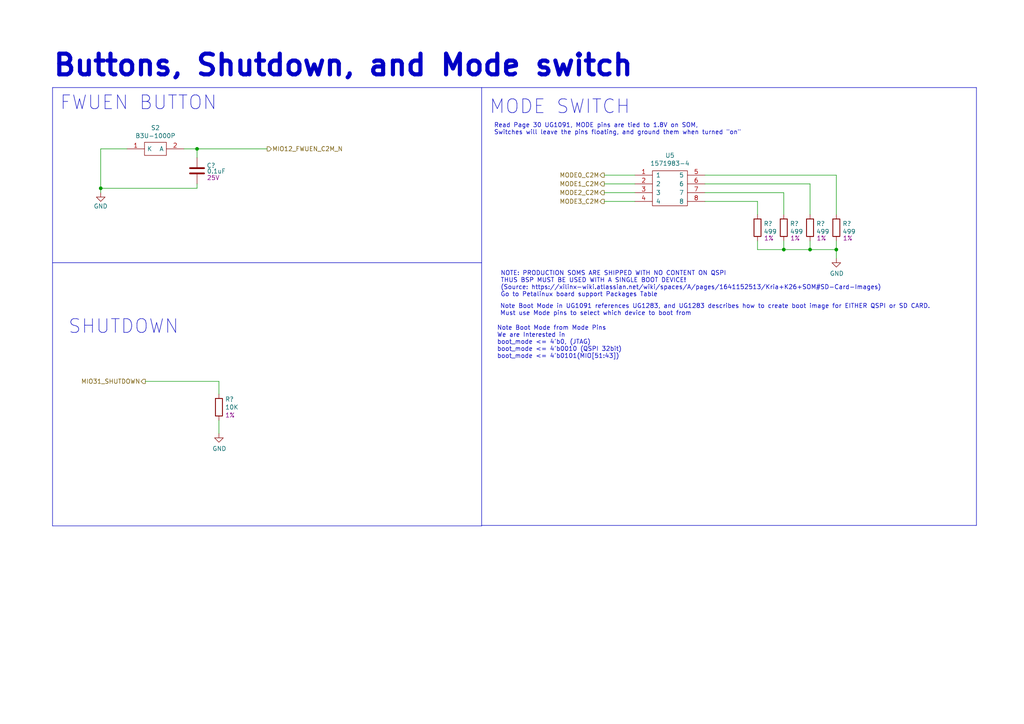
<source format=kicad_sch>
(kicad_sch (version 20230121) (generator eeschema)
  (paper "A4")
  (title_block (title "Top Sheet") (date "2023-12-21") (rev "1.00") (company "ApotheoTech LLC") (comment 1 "SCH: APT-KRIA-FMC") (comment 2 "Author: Chance Reimer"))
  (lib_symbols
    (symbol "ApotheoTech:1571983-4" (pin_names (offset 1.016))
      (property "Reference" "U" (at -4.953 7.874 0))
      (property "Value" "1571983-4" (at 0 6.096 0))
      (symbol "1571983-4_0_1"
        (rectangle (start -5.08 5.08) (end 5.08 -5.08))
      )
      (symbol "1571983-4_1_1"
        (pin bidirectional line (at -10.16 3.81 0) (length 5.08) (name "1") (number "1"))
        (pin bidirectional line (at -10.16 1.27 0) (length 5.08) (name "2") (number "2"))
        (pin bidirectional line (at -10.16 -1.27 0) (length 5.08) (name "3") (number "3"))
        (pin bidirectional line (at -10.16 -3.81 0) (length 5.08) (name "4") (number "4"))
        (pin bidirectional line (at 10.16 3.81 180) (length 5.08) (name "5") (number "5"))
        (pin bidirectional line (at 10.16 1.27 180) (length 5.08) (name "6") (number "6"))
        (pin bidirectional line (at 10.16 -1.27 180) (length 5.08) (name "7") (number "7"))
        (pin bidirectional line (at 10.16 -3.81 180) (length 5.08) (name "8") (number "8"))
      )
    )
    (symbol "ApotheoTech:B3U-1000P" (pin_names (offset 0.762))
      (property "Reference" "S" (at 16.51 7.62 0))
      (property "Value" "B3U-1000P" (at 16.51 5.08 0))
      (symbol "B3U-1000P_0_0"
        (pin passive line (at -8.255 0 0) (length 5.08) (name "K") (number "1"))
        (pin passive line (at 8.255 0 180) (length 5.08) (name "A") (number "2"))
      )
      (symbol "B3U-1000P_0_1"
        (rectangle (start -3.175 1.905) (end 3.175 -1.905))
      )
    )
    (symbol "Device:C" (pin_numbers hide) (pin_names (offset 0.254))
      (property "Reference" "C" (at 0.635 2.54 0))
      (property "Value" "C" (at 0.635 -2.54 0))
      (symbol "C_0_1"
        (polyline (pts (xy -2.032 -0.762) (xy 2.032 -0.762)) (stroke (width 0.508)))
        (polyline (pts (xy -2.032 0.762) (xy 2.032 0.762)) (stroke (width 0.508)))
      )
      (symbol "C_1_1"
        (pin passive line (at 0 3.81 270) (length 2.794) (name "~") (number "1"))
        (pin passive line (at 0 -3.81 90) (length 2.794) (name "~") (number "2"))
      )
    )
    (symbol "Device:R" (pin_numbers hide) (pin_names (offset 0))
      (property "Reference" "R" (at 2.032 0 90))
      (property "Value" "R" (at 0 0 90))
      (symbol "R_0_1"
        (rectangle (start -1.016 -2.54) (end 1.016 2.54) (stroke (width 0.254)))
      )
      (symbol "R_1_1"
        (pin passive line (at 0 3.81 270) (length 1.27) (name "~") (number "1"))
        (pin passive line (at 0 -3.81 90) (length 1.27) (name "~") (number "2"))
      )
    )
    (symbol "power:GND" (power) (pin_names (offset 0))
      (property "Value" "GND" (at 0 -3.81 0))
      (symbol "GND_0_1"
        (polyline (pts (xy 0 0) (xy 0 -1.27) (xy 1.27 -1.27) (xy 0 -2.54) (xy -1.27 -1.27) (xy 0 -1.27)))
      )
      (symbol "GND_1_1"
        (pin power_in line (at 0 0 270) (length 0) hide (name "GND") (number "1"))
      )
    )
  )
  (junction (at 242.57 72.39))
  (junction (at 29.21 54.61))
  (junction (at 227.33 72.39))
  (junction (at 57.15 43.18))
  (junction (at 234.95 72.39))
  (wire (pts (xy 242.57 69.85) (xy 242.57 72.39)))
  (polyline (pts (xy 283.21 152.4) (xy 283.21 25.4)))
  (wire (pts (xy 227.33 55.88) (xy 227.33 62.23)))
  (wire (pts (xy 204.47 50.8) (xy 242.57 50.8)))
  (wire (pts (xy 175.26 50.8) (xy 184.15 50.8)))
  (wire (pts (xy 29.21 43.18) (xy 29.21 54.61)))
  (wire (pts (xy 204.47 53.34) (xy 234.95 53.34)))
  (wire (pts (xy 242.57 72.39) (xy 242.57 74.93)))
  (polyline (pts (xy 15.24 25.4) (xy 15.24 152.527)))
  (wire (pts (xy 36.83 43.18) (xy 29.21 43.18)))
  (wire (pts (xy 57.15 53.34) (xy 57.15 54.61)))
  (wire (pts (xy 204.47 55.88) (xy 227.33 55.88)))
  (wire (pts (xy 57.15 43.18) (xy 77.47 43.18)))
  (wire (pts (xy 227.33 72.39) (xy 227.33 69.85)))
  (wire (pts (xy 175.26 53.34) (xy 184.15 53.34)))
  (wire (pts (xy 42.164 110.617) (xy 63.5 110.617)))
  (wire (pts (xy 53.34 43.18) (xy 57.15 43.18)))
  (polyline (pts (xy 15.24 76.2) (xy 139.7 76.2)))
  (wire (pts (xy 219.71 69.85) (xy 219.71 72.39)))
  (wire (pts (xy 219.71 58.42) (xy 219.71 62.23)))
  (wire (pts (xy 234.95 53.34) (xy 234.95 62.23)))
  (wire (pts (xy 242.57 72.39) (xy 234.95 72.39)))
  (polyline (pts (xy 139.7 152.4) (xy 283.21 152.4)))
  (wire (pts (xy 227.33 72.39) (xy 234.95 72.39)))
  (wire (pts (xy 234.95 72.39) (xy 234.95 69.85)))
  (wire (pts (xy 175.26 58.42) (xy 184.15 58.42)))
  (wire (pts (xy 204.47 58.42) (xy 219.71 58.42)))
  (polyline (pts (xy 15.24 25.4) (xy 283.21 25.4)))
  (wire (pts (xy 242.57 62.23) (xy 242.57 50.8)))
  (wire (pts (xy 29.21 54.61) (xy 29.21 55.88)))
  (wire (pts (xy 63.5 121.92) (xy 63.5 125.73)))
  (polyline (pts (xy 139.7 25.4) (xy 139.7 152.527)))
  (wire (pts (xy 63.5 110.617) (xy 63.5 114.3)))
  (wire (pts (xy 175.26 55.88) (xy 184.15 55.88)))
  (wire (pts (xy 57.15 54.61) (xy 29.21 54.61)))
  (polyline (pts (xy 139.7 152.527) (xy 15.24 152.527)))
  (wire (pts (xy 57.15 45.72) (xy 57.15 43.18)))
  (wire (pts (xy 219.71 72.39) (xy 227.33 72.39)))
  (text "NOTE: PRODUCTION SOMS ARE SHIPPED WITH NO CONTENT ON QSPI\nTHUS BSP MUST BE USED WITH A SINGLE BOOT DEVICE! \n(Source: https://xilinx-wiki.atlassian.net/wiki/spaces/A/pages/1641152513/Kria+K26+SOM#SD-Card-Images)\nGo to Petalinux board support Packages Table" (at 145.161 86.233 0) (effects (font (size 1.27 1.27)) (justify left bottom)))
  (text "SHUTDOWN" (at 19.685 97.155 0) (effects (font (size 3.9878 3.9878)) (justify left bottom)))
  (text "Read Page 30 UG1091, MODE pins are tied to 1.8V on SOM,\nSwitches will leave the pins floating, and ground them when turned \"on\"" (at 143.256 39.243 0) (effects (font (size 1.27 1.27)) (justify left bottom)))
  (text "Buttons, Shutdown, and Mode switch" (at 14.986 22.606 0) (effects (font (size 5.9944 5.9944) (thickness 1.1989) bold) (justify left bottom)))
  (text "Note Boot Mode from Mode Pins\nWe are Interested in \nboot_mode <= 4'b0, (JTAG)\nboot_mode <= 4'b0010 (QSPI 32bit)\nboot_mode <= 4'b0101(MIO[51:43])\n" (at 144.145 104.14 0) (effects (font (size 1.27 1.27)) (justify left bottom)))
  (text "MODE SWITCH" (at 141.859 33.401 0) (effects (font (size 3.9878 3.9878)) (justify left bottom)))
  (text "Note Boot Mode in UG1091 references UG1283, and UG1283 describes how to create boot image for EITHER QSPI or SD CARD.\nMust use Mode pins to select which device to boot from\n" (at 145.034 91.694 0) (effects (font (size 1.27 1.27)) (justify left bottom)))
  (text "FWUEN BUTTON" (at 17.272 32.258 0) (effects (font (size 3.9878 3.9878)) (justify left bottom)))
  (hierarchical_label "MODE2_C2M" (shape output) (at 175.26 55.88 180))
  (hierarchical_label "MIO12_FWUEN_C2M_N" (shape output) (at 77.47 43.18 0))
  (hierarchical_label "MODE1_C2M" (shape output) (at 175.26 53.34 180))
  (hierarchical_label "MODE3_C2M" (shape output) (at 175.26 58.42 180))
  (hierarchical_label "MODE0_C2M" (shape output) (at 175.26 50.8 180))
  (hierarchical_label "MIO31_SHUTDOWN" (shape output) (at 42.164 110.617 180))
  (symbol (lib_id "Device:R") (at 219.71 66.04 0) (unit 1)
    (property "Reference" "R?" (at 221.488 64.8716 0) (effects (justify left)))
    (property "Value" "499" (at 221.488 67.183 0) (effects (justify left)))
    (property "Footprint" "Resistor_SMD:R_0402_1005Metric" (effects hide))
    (property "PartNumber" "ERJ-2RKF4990X" (effects hide))
    (property "Tol" "1%" (at 223.012 69.088 0))
    (property "Power" "1/10W" (effects hide))
    (instances (project "APT-KRIA-FMC" (path "" (reference "R?") (unit 1)) (path "" (reference "R219") (unit 1)) (path "" (reference "R?") (unit 1)) (path "" (reference "R?") (unit 1))))
  )
  (symbol (lib_id "Device:R") (at 227.33 66.04 0) (unit 1)
    (property "Reference" "R?" (at 229.108 64.8716 0) (effects (justify left)))
    (property "Value" "499" (at 229.108 67.183 0) (effects (justify left)))
    (property "Footprint" "Resistor_SMD:R_0402_1005Metric" (effects hide))
    (property "PartNumber" "ERJ-2RKF4990X" (effects hide))
    (property "Tol" "1%" (at 230.632 69.088 0))
    (property "Power" "1/10W" (effects hide))
    (instances (project "APT-KRIA-FMC" (path "" (reference "R?") (unit 1)) (path "" (reference "R220") (unit 1)) (path "" (reference "R?") (unit 1)) (path "" (reference "R?") (unit 1))))
  )
  (symbol (lib_id "Device:R") (at 234.95 66.04 0) (unit 1)
    (property "Reference" "R?" (at 236.728 64.8716 0) (effects (justify left)))
    (property "Value" "499" (at 236.728 67.183 0) (effects (justify left)))
    (property "Footprint" "Resistor_SMD:R_0402_1005Metric" (effects hide))
    (property "PartNumber" "ERJ-2RKF4990X" (effects hide))
    (property "Tol" "1%" (at 238.252 69.088 0))
    (property "Power" "1/10W" (effects hide))
    (instances (project "APT-KRIA-FMC" (path "" (reference "R?") (unit 1)) (path "" (reference "R221") (unit 1)) (path "" (reference "R?") (unit 1)) (path "" (reference "R?") (unit 1))))
  )
  (symbol (lib_id "Device:R") (at 242.57 66.04 0) (unit 1)
    (property "Reference" "R?" (at 244.348 64.8716 0) (effects (justify left)))
    (property "Value" "499" (at 244.348 67.183 0) (effects (justify left)))
    (property "Footprint" "Resistor_SMD:R_0402_1005Metric" (effects hide))
    (property "PartNumber" "ERJ-2RKF4990X" (effects hide))
    (property "Tol" "1%" (at 245.872 69.088 0))
    (property "Power" "1/10W" (effects hide))
    (instances (project "APT-KRIA-FMC" (path "" (reference "R?") (unit 1)) (path "" (reference "R222") (unit 1)) (path "" (reference "R?") (unit 1)) (path "" (reference "R?") (unit 1))))
  )
  (symbol (lib_id "power:GND") (at 242.57 74.93 0) (unit 1)
    (property "Reference" "#PWR0311" (effects hide))
    (property "Value" "GND" (at 242.697 79.3242 0))
  )
  (symbol (lib_id "Device:R") (at 63.5 118.11 0) (unit 1)
    (property "Reference" "R?" (at 65.278 115.7986 0) (effects (justify left)))
    (property "Value" "10K" (at 65.278 118.11 0) (effects (justify left)))
    (property "Footprint" "Resistor_SMD:R_0402_1005Metric" (effects hide))
    (property "Tolerance" "1%" (at 65.278 120.4214 0) (effects (justify left)))
    (property "Power" "1/10W" (effects hide))
    (property "PartNumber" "ERJ-2RKF1002X" (effects hide))
    (property "URL" "https://www.digikey.com/en/products/detail/panasonic-electronic-components/ERJ-2RKF1002X/192073" (effects hide))
    (instances (project "APT-KRIA-FMC" (path "" (reference "R?") (unit 1)) (path "" (reference "R?") (unit 1)) (path "" (reference "R218") (unit 1)) (path "" (reference "R?") (unit 1)) (path "" (reference "R?") (unit 1))))
  )
  (symbol (lib_id "power:GND") (at 63.5 125.73 0) (unit 1)
    (property "Reference" "#PWR0310" (effects hide))
    (property "Value" "GND" (at 63.627 130.1242 0))
  )
  (symbol (lib_id "ApotheoTech:1571983-4") (at 194.31 54.61 0) (unit 1)
    (property "Reference" "U5" (at 194.31 45.085 0))
    (property "Value" "1571983-4" (at 194.31 47.3964 0))
    (property "Footprint" "ApotheoTech_CXP_Lib:1571983-4" (effects hide))
  )
  (symbol (lib_id "ApotheoTech:B3U-1000P") (at 45.085 43.18 0) (unit 1)
    (property "Reference" "S2" (at 45.085 37.084 0))
    (property "Value" "B3U-1000P" (at 45.085 39.3954 0))
    (property "Footprint" "ApotheoTech_CXP_Lib:B3U-1000P" (effects hide))
    (property "Datasheet" "https://www.omron.com/ecb/products/pdf/en-b3u.pdf" (effects hide))
    (property "Description" "OMRON ELECTRONIC COMPONENTS - B3U-1000P - SWITCH, SPST-NO, 0.05A, 12V, SMD" (effects hide))
    (property "Mouser Part Number" "653-B3U-1000P" (effects hide))
    (property "Mouser Price/Stock" "https://www.mouser.co.uk/ProductDetail/Omron-Electronics/B3U-1000P?qs=AO7BQMcsEu4ip80xyf2FwA%3D%3D" (effects hide))
    (property "Manufacturer_Name" "Omron Electronics" (effects hide))
    (property "Manufacturer_Part_Number" "B3U-1000P" (effects hide))
    (instances (project "APT-KRIA-FMC" (path "" (reference "S2") (unit 1)) (path "" (reference "S?") (unit 1))))
  )
  (symbol (lib_id "power:GND") (at 29.21 55.88 0) (unit 1)
    (property "Reference" "#PWR0309" (effects hide))
    (property "Value" "GND" (at 31.242 59.817 0) (effects (justify right)))
    (instances (project "APT-KRIA-FMC" (path "" (reference "#PWR0309") (unit 1)) (path "" (reference "#PWR?") (unit 1))))
  )
  (symbol (lib_id "Device:C") (at 57.15 49.53 180) (unit 1)
    (property "Reference" "C?" (at 61.214 48.006 0))
    (property "Value" "0.1uF" (at 62.738 49.657 0))
    (property "Footprint" "Capacitor_SMD:C_0402_1005Metric" (effects hide))
    (property "PartNumber" "TMK105BJ104KVHF" (effects hide))
    (property "Tolerance" "+-10%" (effects hide))
    (property "Voltage" "25V" (at 61.849 51.562 0))
    (property "Temp_Val" "X5R" (effects hide))
    (property "URL" "https://www.digikey.com/en/products/detail/TMK105BJ104KVHF/587-3808-1-ND/4811278?itemSeq=375666509" (effects hide))
    (instances (project "APT-KRIA-FMC" (path "" (reference "C?") (unit 1)) (path "" (reference "C258") (unit 1)) (path "" (reference "C?") (unit 1))))
  )
)
</source>
